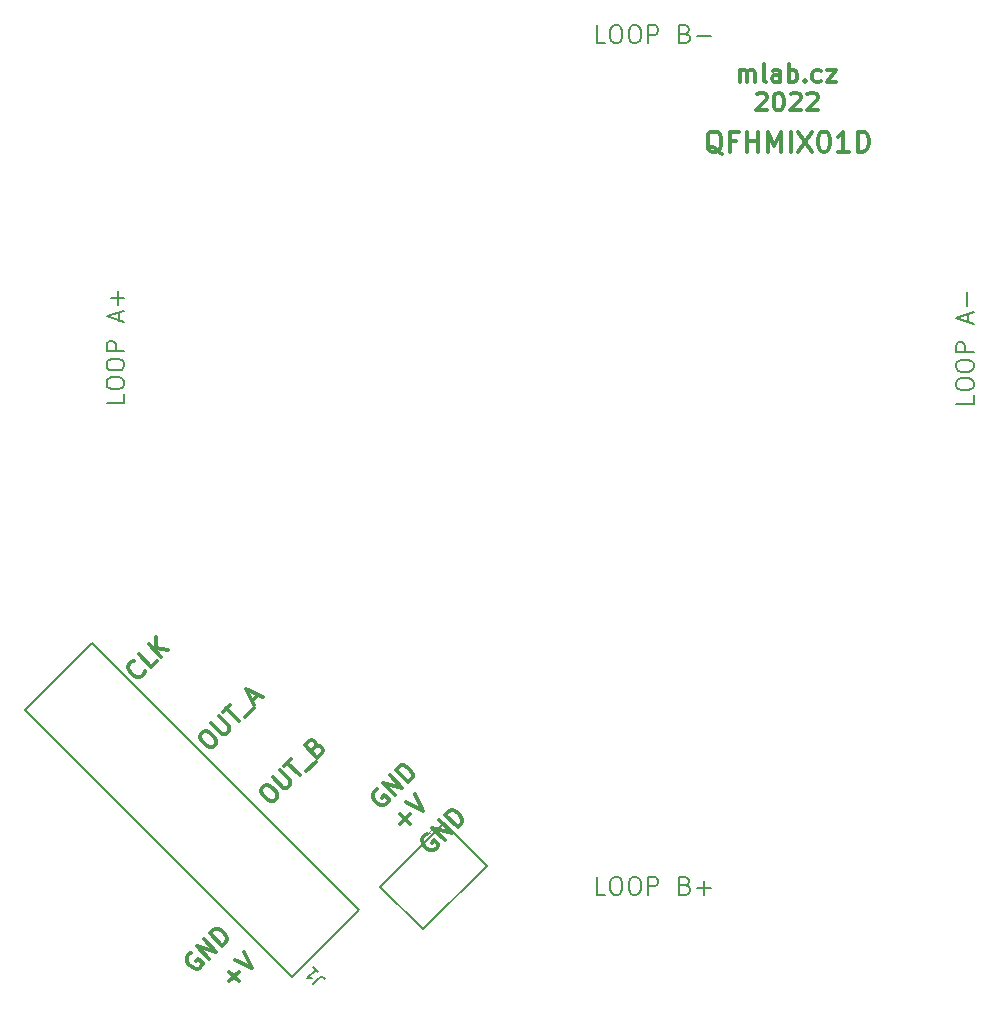
<source format=gbr>
%TF.GenerationSoftware,KiCad,Pcbnew,6.0.4-6f826c9f35~116~ubuntu20.04.1*%
%TF.CreationDate,2022-08-06T21:30:13+00:00*%
%TF.ProjectId,QFHMIX01E,5146484d-4958-4303-9145-2e6b69636164,rev?*%
%TF.SameCoordinates,Original*%
%TF.FileFunction,Legend,Top*%
%TF.FilePolarity,Positive*%
%FSLAX46Y46*%
G04 Gerber Fmt 4.6, Leading zero omitted, Abs format (unit mm)*
G04 Created by KiCad (PCBNEW 6.0.4-6f826c9f35~116~ubuntu20.04.1) date 2022-08-06 21:30:13*
%MOMM*%
%LPD*%
G01*
G04 APERTURE LIST*
%ADD10C,0.300000*%
%ADD11C,0.200000*%
%ADD12C,0.150000*%
%ADD13C,0.050000*%
G04 APERTURE END LIST*
D10*
X138155131Y-120695391D02*
X138963253Y-119887269D01*
X138963253Y-120695391D02*
X138155131Y-119887269D01*
X138660208Y-118877116D02*
X140074421Y-119584223D01*
X139367314Y-118170009D01*
X140393547Y-121562791D02*
X140242024Y-121613299D01*
X140090502Y-121764822D01*
X139989486Y-121966852D01*
X139989486Y-122168883D01*
X140039994Y-122320406D01*
X140191517Y-122572944D01*
X140343040Y-122724467D01*
X140595578Y-122875990D01*
X140747101Y-122926497D01*
X140949131Y-122926497D01*
X141151162Y-122825482D01*
X141252177Y-122724467D01*
X141353192Y-122522436D01*
X141353192Y-122421421D01*
X140999639Y-122067868D01*
X140797608Y-122269898D01*
X141908776Y-122067868D02*
X140848116Y-121007208D01*
X142514868Y-121461776D01*
X141454208Y-120401116D01*
X143019944Y-120956700D02*
X141959284Y-119896040D01*
X142211822Y-119643502D01*
X142413852Y-119542486D01*
X142615883Y-119542486D01*
X142767406Y-119592994D01*
X143019944Y-119744517D01*
X143171467Y-119896040D01*
X143322990Y-120148578D01*
X143373497Y-120300101D01*
X143373497Y-120502131D01*
X143272482Y-120704162D01*
X143019944Y-120956700D01*
X120454547Y-131595791D02*
X120303024Y-131646299D01*
X120151502Y-131797822D01*
X120050486Y-131999852D01*
X120050486Y-132201883D01*
X120100994Y-132353406D01*
X120252517Y-132605944D01*
X120404040Y-132757467D01*
X120656578Y-132908990D01*
X120808101Y-132959497D01*
X121010131Y-132959497D01*
X121212162Y-132858482D01*
X121313177Y-132757467D01*
X121414192Y-132555436D01*
X121414192Y-132454421D01*
X121060639Y-132100868D01*
X120858608Y-132302898D01*
X121969776Y-132100868D02*
X120909116Y-131040208D01*
X122575868Y-131494776D01*
X121515208Y-130434116D01*
X123080944Y-130989700D02*
X122020284Y-129929040D01*
X122272822Y-129676502D01*
X122474852Y-129575486D01*
X122676883Y-129575486D01*
X122828406Y-129625994D01*
X123080944Y-129777517D01*
X123232467Y-129929040D01*
X123383990Y-130181578D01*
X123434497Y-130333101D01*
X123434497Y-130535131D01*
X123333482Y-130737162D01*
X123080944Y-130989700D01*
X123677131Y-134030391D02*
X124485253Y-133222269D01*
X124485253Y-134030391D02*
X123677131Y-133222269D01*
X124182208Y-132212116D02*
X125596421Y-132919223D01*
X124889314Y-131505009D01*
X116497461Y-107760152D02*
X116497461Y-107861167D01*
X116396446Y-108063198D01*
X116295431Y-108164213D01*
X116093400Y-108265228D01*
X115891370Y-108265228D01*
X115739847Y-108214721D01*
X115487309Y-108063198D01*
X115335786Y-107911675D01*
X115184263Y-107659137D01*
X115133755Y-107507614D01*
X115133755Y-107305583D01*
X115234771Y-107103553D01*
X115335786Y-107002538D01*
X115537816Y-106901522D01*
X115638832Y-106901522D01*
X117558122Y-106901522D02*
X117053045Y-107406599D01*
X115992385Y-106345938D01*
X117911675Y-106547969D02*
X116851015Y-105487309D01*
X118517766Y-105941877D02*
X117457106Y-105790355D01*
X117457106Y-104881217D02*
X117457106Y-106093400D01*
X126424111Y-117664213D02*
X126626141Y-117462183D01*
X126777664Y-117411675D01*
X126979694Y-117411675D01*
X127232233Y-117563198D01*
X127585786Y-117916751D01*
X127737309Y-118169289D01*
X127737309Y-118371320D01*
X127686801Y-118522843D01*
X127484771Y-118724873D01*
X127333248Y-118775381D01*
X127131217Y-118775381D01*
X126878679Y-118623858D01*
X126525126Y-118270305D01*
X126373603Y-118017766D01*
X126373603Y-117815736D01*
X126424111Y-117664213D01*
X127333248Y-116755076D02*
X128191877Y-117613705D01*
X128343400Y-117664213D01*
X128444416Y-117664213D01*
X128595938Y-117613705D01*
X128797969Y-117411675D01*
X128848477Y-117260152D01*
X128848477Y-117159137D01*
X128797969Y-117007614D01*
X127939339Y-116148984D01*
X128292893Y-115795431D02*
X128898984Y-115189339D01*
X129656599Y-116553045D02*
X128595938Y-115492385D01*
X130161675Y-116250000D02*
X130969797Y-115441877D01*
X130919289Y-114179187D02*
X131121320Y-114078172D01*
X131222335Y-114078172D01*
X131373858Y-114128679D01*
X131525381Y-114280202D01*
X131575888Y-114431725D01*
X131575888Y-114532740D01*
X131525381Y-114684263D01*
X131121320Y-115088324D01*
X130060660Y-114027664D01*
X130414213Y-113674111D01*
X130565736Y-113623603D01*
X130666751Y-113623603D01*
X130818274Y-113674111D01*
X130919289Y-113775126D01*
X130969797Y-113926649D01*
X130969797Y-114027664D01*
X130919289Y-114179187D01*
X130565736Y-114532740D01*
X165373809Y-63930952D02*
X165211904Y-63850000D01*
X165050000Y-63688095D01*
X164807142Y-63445238D01*
X164645238Y-63364285D01*
X164483333Y-63364285D01*
X164564285Y-63769047D02*
X164402380Y-63688095D01*
X164240476Y-63526190D01*
X164159523Y-63202380D01*
X164159523Y-62635714D01*
X164240476Y-62311904D01*
X164402380Y-62150000D01*
X164564285Y-62069047D01*
X164888095Y-62069047D01*
X165050000Y-62150000D01*
X165211904Y-62311904D01*
X165292857Y-62635714D01*
X165292857Y-63202380D01*
X165211904Y-63526190D01*
X165050000Y-63688095D01*
X164888095Y-63769047D01*
X164564285Y-63769047D01*
X166588095Y-62878571D02*
X166021428Y-62878571D01*
X166021428Y-63769047D02*
X166021428Y-62069047D01*
X166830952Y-62069047D01*
X167478571Y-63769047D02*
X167478571Y-62069047D01*
X167478571Y-62878571D02*
X168450000Y-62878571D01*
X168450000Y-63769047D02*
X168450000Y-62069047D01*
X169259523Y-63769047D02*
X169259523Y-62069047D01*
X169826190Y-63283333D01*
X170392857Y-62069047D01*
X170392857Y-63769047D01*
X171202380Y-63769047D02*
X171202380Y-62069047D01*
X171850000Y-62069047D02*
X172983333Y-63769047D01*
X172983333Y-62069047D02*
X171850000Y-63769047D01*
X173954761Y-62069047D02*
X174116666Y-62069047D01*
X174278571Y-62150000D01*
X174359523Y-62230952D01*
X174440476Y-62392857D01*
X174521428Y-62716666D01*
X174521428Y-63121428D01*
X174440476Y-63445238D01*
X174359523Y-63607142D01*
X174278571Y-63688095D01*
X174116666Y-63769047D01*
X173954761Y-63769047D01*
X173792857Y-63688095D01*
X173711904Y-63607142D01*
X173630952Y-63445238D01*
X173550000Y-63121428D01*
X173550000Y-62716666D01*
X173630952Y-62392857D01*
X173711904Y-62230952D01*
X173792857Y-62150000D01*
X173954761Y-62069047D01*
X176140476Y-63769047D02*
X175169047Y-63769047D01*
X175654761Y-63769047D02*
X175654761Y-62069047D01*
X175492857Y-62311904D01*
X175330952Y-62473809D01*
X175169047Y-62554761D01*
X176869047Y-63769047D02*
X176869047Y-62069047D01*
X177273809Y-62069047D01*
X177516666Y-62150000D01*
X177678571Y-62311904D01*
X177759523Y-62473809D01*
X177840476Y-62797619D01*
X177840476Y-63040476D01*
X177759523Y-63364285D01*
X177678571Y-63526190D01*
X177516666Y-63688095D01*
X177273809Y-63769047D01*
X176869047Y-63769047D01*
X121249872Y-113088452D02*
X121451902Y-112886421D01*
X121603425Y-112835913D01*
X121805456Y-112835913D01*
X122057994Y-112987436D01*
X122411547Y-113340990D01*
X122563070Y-113593528D01*
X122563070Y-113795558D01*
X122512563Y-113947081D01*
X122310532Y-114149112D01*
X122159009Y-114199619D01*
X121956979Y-114199619D01*
X121704441Y-114048097D01*
X121350887Y-113694543D01*
X121199364Y-113442005D01*
X121199364Y-113239975D01*
X121249872Y-113088452D01*
X122159009Y-112179314D02*
X123017639Y-113037944D01*
X123169162Y-113088452D01*
X123270177Y-113088452D01*
X123421700Y-113037944D01*
X123623730Y-112835913D01*
X123674238Y-112684391D01*
X123674238Y-112583375D01*
X123623730Y-112431852D01*
X122765101Y-111573223D01*
X123118654Y-111219669D02*
X123724746Y-110613578D01*
X124482360Y-111977284D02*
X123421700Y-110916624D01*
X124987436Y-111674238D02*
X125795558Y-110866116D01*
X125593528Y-110260024D02*
X126098604Y-109754948D01*
X125795558Y-110664086D02*
X125088452Y-109249872D01*
X126502665Y-109956979D01*
D11*
X186678571Y-84400000D02*
X186678571Y-85114285D01*
X185178571Y-85114285D01*
X185178571Y-83614285D02*
X185178571Y-83328571D01*
X185250000Y-83185714D01*
X185392857Y-83042857D01*
X185678571Y-82971428D01*
X186178571Y-82971428D01*
X186464285Y-83042857D01*
X186607142Y-83185714D01*
X186678571Y-83328571D01*
X186678571Y-83614285D01*
X186607142Y-83757142D01*
X186464285Y-83900000D01*
X186178571Y-83971428D01*
X185678571Y-83971428D01*
X185392857Y-83900000D01*
X185250000Y-83757142D01*
X185178571Y-83614285D01*
X185178571Y-82042857D02*
X185178571Y-81757142D01*
X185250000Y-81614285D01*
X185392857Y-81471428D01*
X185678571Y-81400000D01*
X186178571Y-81400000D01*
X186464285Y-81471428D01*
X186607142Y-81614285D01*
X186678571Y-81757142D01*
X186678571Y-82042857D01*
X186607142Y-82185714D01*
X186464285Y-82328571D01*
X186178571Y-82400000D01*
X185678571Y-82400000D01*
X185392857Y-82328571D01*
X185250000Y-82185714D01*
X185178571Y-82042857D01*
X186678571Y-80757142D02*
X185178571Y-80757142D01*
X185178571Y-80185714D01*
X185250000Y-80042857D01*
X185321428Y-79971428D01*
X185464285Y-79900000D01*
X185678571Y-79900000D01*
X185821428Y-79971428D01*
X185892857Y-80042857D01*
X185964285Y-80185714D01*
X185964285Y-80757142D01*
X186250000Y-78185714D02*
X186250000Y-77471428D01*
X186678571Y-78328571D02*
X185178571Y-77828571D01*
X186678571Y-77328571D01*
X186107142Y-76828571D02*
X186107142Y-75685714D01*
X155492857Y-126678571D02*
X154778571Y-126678571D01*
X154778571Y-125178571D01*
X156278571Y-125178571D02*
X156564285Y-125178571D01*
X156707142Y-125250000D01*
X156850000Y-125392857D01*
X156921428Y-125678571D01*
X156921428Y-126178571D01*
X156850000Y-126464285D01*
X156707142Y-126607142D01*
X156564285Y-126678571D01*
X156278571Y-126678571D01*
X156135714Y-126607142D01*
X155992857Y-126464285D01*
X155921428Y-126178571D01*
X155921428Y-125678571D01*
X155992857Y-125392857D01*
X156135714Y-125250000D01*
X156278571Y-125178571D01*
X157850000Y-125178571D02*
X158135714Y-125178571D01*
X158278571Y-125250000D01*
X158421428Y-125392857D01*
X158492857Y-125678571D01*
X158492857Y-126178571D01*
X158421428Y-126464285D01*
X158278571Y-126607142D01*
X158135714Y-126678571D01*
X157850000Y-126678571D01*
X157707142Y-126607142D01*
X157564285Y-126464285D01*
X157492857Y-126178571D01*
X157492857Y-125678571D01*
X157564285Y-125392857D01*
X157707142Y-125250000D01*
X157850000Y-125178571D01*
X159135714Y-126678571D02*
X159135714Y-125178571D01*
X159707142Y-125178571D01*
X159850000Y-125250000D01*
X159921428Y-125321428D01*
X159992857Y-125464285D01*
X159992857Y-125678571D01*
X159921428Y-125821428D01*
X159850000Y-125892857D01*
X159707142Y-125964285D01*
X159135714Y-125964285D01*
X162278571Y-125892857D02*
X162492857Y-125964285D01*
X162564285Y-126035714D01*
X162635714Y-126178571D01*
X162635714Y-126392857D01*
X162564285Y-126535714D01*
X162492857Y-126607142D01*
X162350000Y-126678571D01*
X161778571Y-126678571D01*
X161778571Y-125178571D01*
X162278571Y-125178571D01*
X162421428Y-125250000D01*
X162492857Y-125321428D01*
X162564285Y-125464285D01*
X162564285Y-125607142D01*
X162492857Y-125750000D01*
X162421428Y-125821428D01*
X162278571Y-125892857D01*
X161778571Y-125892857D01*
X163278571Y-126107142D02*
X164421428Y-126107142D01*
X163850000Y-126678571D02*
X163850000Y-125535714D01*
X155492857Y-54578571D02*
X154778571Y-54578571D01*
X154778571Y-53078571D01*
X156278571Y-53078571D02*
X156564285Y-53078571D01*
X156707142Y-53150000D01*
X156850000Y-53292857D01*
X156921428Y-53578571D01*
X156921428Y-54078571D01*
X156850000Y-54364285D01*
X156707142Y-54507142D01*
X156564285Y-54578571D01*
X156278571Y-54578571D01*
X156135714Y-54507142D01*
X155992857Y-54364285D01*
X155921428Y-54078571D01*
X155921428Y-53578571D01*
X155992857Y-53292857D01*
X156135714Y-53150000D01*
X156278571Y-53078571D01*
X157850000Y-53078571D02*
X158135714Y-53078571D01*
X158278571Y-53150000D01*
X158421428Y-53292857D01*
X158492857Y-53578571D01*
X158492857Y-54078571D01*
X158421428Y-54364285D01*
X158278571Y-54507142D01*
X158135714Y-54578571D01*
X157850000Y-54578571D01*
X157707142Y-54507142D01*
X157564285Y-54364285D01*
X157492857Y-54078571D01*
X157492857Y-53578571D01*
X157564285Y-53292857D01*
X157707142Y-53150000D01*
X157850000Y-53078571D01*
X159135714Y-54578571D02*
X159135714Y-53078571D01*
X159707142Y-53078571D01*
X159850000Y-53150000D01*
X159921428Y-53221428D01*
X159992857Y-53364285D01*
X159992857Y-53578571D01*
X159921428Y-53721428D01*
X159850000Y-53792857D01*
X159707142Y-53864285D01*
X159135714Y-53864285D01*
X162278571Y-53792857D02*
X162492857Y-53864285D01*
X162564285Y-53935714D01*
X162635714Y-54078571D01*
X162635714Y-54292857D01*
X162564285Y-54435714D01*
X162492857Y-54507142D01*
X162350000Y-54578571D01*
X161778571Y-54578571D01*
X161778571Y-53078571D01*
X162278571Y-53078571D01*
X162421428Y-53150000D01*
X162492857Y-53221428D01*
X162564285Y-53364285D01*
X162564285Y-53507142D01*
X162492857Y-53650000D01*
X162421428Y-53721428D01*
X162278571Y-53792857D01*
X161778571Y-53792857D01*
X163278571Y-54007142D02*
X164421428Y-54007142D01*
X114778571Y-84300000D02*
X114778571Y-85014285D01*
X113278571Y-85014285D01*
X113278571Y-83514285D02*
X113278571Y-83228571D01*
X113350000Y-83085714D01*
X113492857Y-82942857D01*
X113778571Y-82871428D01*
X114278571Y-82871428D01*
X114564285Y-82942857D01*
X114707142Y-83085714D01*
X114778571Y-83228571D01*
X114778571Y-83514285D01*
X114707142Y-83657142D01*
X114564285Y-83800000D01*
X114278571Y-83871428D01*
X113778571Y-83871428D01*
X113492857Y-83800000D01*
X113350000Y-83657142D01*
X113278571Y-83514285D01*
X113278571Y-81942857D02*
X113278571Y-81657142D01*
X113350000Y-81514285D01*
X113492857Y-81371428D01*
X113778571Y-81300000D01*
X114278571Y-81300000D01*
X114564285Y-81371428D01*
X114707142Y-81514285D01*
X114778571Y-81657142D01*
X114778571Y-81942857D01*
X114707142Y-82085714D01*
X114564285Y-82228571D01*
X114278571Y-82300000D01*
X113778571Y-82300000D01*
X113492857Y-82228571D01*
X113350000Y-82085714D01*
X113278571Y-81942857D01*
X114778571Y-80657142D02*
X113278571Y-80657142D01*
X113278571Y-80085714D01*
X113350000Y-79942857D01*
X113421428Y-79871428D01*
X113564285Y-79800000D01*
X113778571Y-79800000D01*
X113921428Y-79871428D01*
X113992857Y-79942857D01*
X114064285Y-80085714D01*
X114064285Y-80657142D01*
X114350000Y-78085714D02*
X114350000Y-77371428D01*
X114778571Y-78228571D02*
X113278571Y-77728571D01*
X114778571Y-77228571D01*
X114207142Y-76728571D02*
X114207142Y-75585714D01*
X114778571Y-76157142D02*
X113635714Y-76157142D01*
D10*
X166900000Y-57871071D02*
X166900000Y-56871071D01*
X166900000Y-57013928D02*
X166971428Y-56942500D01*
X167114285Y-56871071D01*
X167328571Y-56871071D01*
X167471428Y-56942500D01*
X167542857Y-57085357D01*
X167542857Y-57871071D01*
X167542857Y-57085357D02*
X167614285Y-56942500D01*
X167757142Y-56871071D01*
X167971428Y-56871071D01*
X168114285Y-56942500D01*
X168185714Y-57085357D01*
X168185714Y-57871071D01*
X169114285Y-57871071D02*
X168971428Y-57799642D01*
X168900000Y-57656785D01*
X168900000Y-56371071D01*
X170328571Y-57871071D02*
X170328571Y-57085357D01*
X170257142Y-56942500D01*
X170114285Y-56871071D01*
X169828571Y-56871071D01*
X169685714Y-56942500D01*
X170328571Y-57799642D02*
X170185714Y-57871071D01*
X169828571Y-57871071D01*
X169685714Y-57799642D01*
X169614285Y-57656785D01*
X169614285Y-57513928D01*
X169685714Y-57371071D01*
X169828571Y-57299642D01*
X170185714Y-57299642D01*
X170328571Y-57228214D01*
X171042857Y-57871071D02*
X171042857Y-56371071D01*
X171042857Y-56942500D02*
X171185714Y-56871071D01*
X171471428Y-56871071D01*
X171614285Y-56942500D01*
X171685714Y-57013928D01*
X171757142Y-57156785D01*
X171757142Y-57585357D01*
X171685714Y-57728214D01*
X171614285Y-57799642D01*
X171471428Y-57871071D01*
X171185714Y-57871071D01*
X171042857Y-57799642D01*
X172400000Y-57728214D02*
X172471428Y-57799642D01*
X172400000Y-57871071D01*
X172328571Y-57799642D01*
X172400000Y-57728214D01*
X172400000Y-57871071D01*
X173757142Y-57799642D02*
X173614285Y-57871071D01*
X173328571Y-57871071D01*
X173185714Y-57799642D01*
X173114285Y-57728214D01*
X173042857Y-57585357D01*
X173042857Y-57156785D01*
X173114285Y-57013928D01*
X173185714Y-56942500D01*
X173328571Y-56871071D01*
X173614285Y-56871071D01*
X173757142Y-56942500D01*
X174257142Y-56871071D02*
X175042857Y-56871071D01*
X174257142Y-57871071D01*
X175042857Y-57871071D01*
X168328571Y-58928928D02*
X168400000Y-58857500D01*
X168542857Y-58786071D01*
X168900000Y-58786071D01*
X169042857Y-58857500D01*
X169114285Y-58928928D01*
X169185714Y-59071785D01*
X169185714Y-59214642D01*
X169114285Y-59428928D01*
X168257142Y-60286071D01*
X169185714Y-60286071D01*
X170114285Y-58786071D02*
X170257142Y-58786071D01*
X170400000Y-58857500D01*
X170471428Y-58928928D01*
X170542857Y-59071785D01*
X170614285Y-59357500D01*
X170614285Y-59714642D01*
X170542857Y-60000357D01*
X170471428Y-60143214D01*
X170400000Y-60214642D01*
X170257142Y-60286071D01*
X170114285Y-60286071D01*
X169971428Y-60214642D01*
X169900000Y-60143214D01*
X169828571Y-60000357D01*
X169757142Y-59714642D01*
X169757142Y-59357500D01*
X169828571Y-59071785D01*
X169900000Y-58928928D01*
X169971428Y-58857500D01*
X170114285Y-58786071D01*
X171185714Y-58928928D02*
X171257142Y-58857500D01*
X171400000Y-58786071D01*
X171757142Y-58786071D01*
X171900000Y-58857500D01*
X171971428Y-58928928D01*
X172042857Y-59071785D01*
X172042857Y-59214642D01*
X171971428Y-59428928D01*
X171114285Y-60286071D01*
X172042857Y-60286071D01*
X172614285Y-58928928D02*
X172685714Y-58857500D01*
X172828571Y-58786071D01*
X173185714Y-58786071D01*
X173328571Y-58857500D01*
X173400000Y-58928928D01*
X173471428Y-59071785D01*
X173471428Y-59214642D01*
X173400000Y-59428928D01*
X172542857Y-60286071D01*
X173471428Y-60286071D01*
X136202547Y-117752791D02*
X136051024Y-117803299D01*
X135899502Y-117954822D01*
X135798486Y-118156852D01*
X135798486Y-118358883D01*
X135848994Y-118510406D01*
X136000517Y-118762944D01*
X136152040Y-118914467D01*
X136404578Y-119065990D01*
X136556101Y-119116497D01*
X136758131Y-119116497D01*
X136960162Y-119015482D01*
X137061177Y-118914467D01*
X137162192Y-118712436D01*
X137162192Y-118611421D01*
X136808639Y-118257868D01*
X136606608Y-118459898D01*
X137717776Y-118257868D02*
X136657116Y-117197208D01*
X138323868Y-117651776D01*
X137263208Y-116591116D01*
X138828944Y-117146700D02*
X137768284Y-116086040D01*
X138020822Y-115833502D01*
X138222852Y-115732486D01*
X138424883Y-115732486D01*
X138576406Y-115782994D01*
X138828944Y-115934517D01*
X138980467Y-116086040D01*
X139131990Y-116338578D01*
X139182497Y-116490101D01*
X139182497Y-116692131D01*
X139081482Y-116894162D01*
X138828944Y-117146700D01*
D12*
%TO.C,J1*%
X130783567Y-134252216D02*
X131288643Y-133747140D01*
X131423330Y-133679796D01*
X131558017Y-133679796D01*
X131692704Y-133747140D01*
X131760047Y-133814483D01*
X130783567Y-132838002D02*
X131187628Y-133242063D01*
X130985597Y-133040033D02*
X130278490Y-133747140D01*
X130446849Y-133713468D01*
X130581536Y-133713468D01*
X130682551Y-133747140D01*
D13*
%TO.C,J2*%
X140750491Y-120999610D02*
X140952522Y-121201641D01*
X140851506Y-121100626D02*
X140497953Y-121454179D01*
X140582132Y-121437343D01*
X140649476Y-121437343D01*
X140699983Y-121454179D01*
D12*
%TO.C,J1*%
X112028861Y-105343722D02*
X134656278Y-127971139D01*
X128971139Y-133656278D02*
X106343722Y-111028861D01*
X134656278Y-127971139D02*
X128971139Y-133656278D01*
X112028861Y-105343722D02*
X106343722Y-111028861D01*
%TO.C,J2*%
X140062948Y-129612205D02*
X136470846Y-126020103D01*
X145451102Y-124224051D02*
X140062948Y-129612205D01*
X141859000Y-120631949D02*
X145451102Y-124224051D01*
X136470846Y-126020103D02*
X141859000Y-120631949D01*
%TD*%
M02*

</source>
